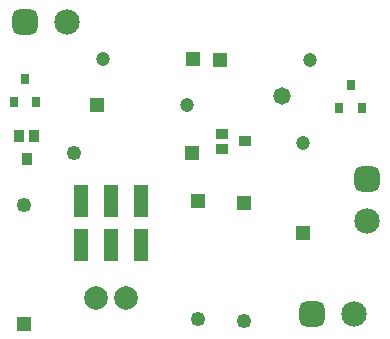
<source format=gbs>
G04*
G04 #@! TF.GenerationSoftware,Altium Limited,Altium Designer,23.3.1 (30)*
G04*
G04 Layer_Color=16711935*
%FSLAX44Y44*%
%MOMM*%
G71*
G04*
G04 #@! TF.SameCoordinates,7B0CC697-CB82-4889-8CF9-0E38B3BB7E85*
G04*
G04*
G04 #@! TF.FilePolarity,Negative*
G04*
G01*
G75*
%ADD12C,2.1532*%
G04:AMPARAMS|DCode=13|XSize=2.1532mm|YSize=2.1532mm|CornerRadius=0.5891mm|HoleSize=0mm|Usage=FLASHONLY|Rotation=0.000|XOffset=0mm|YOffset=0mm|HoleType=Round|Shape=RoundedRectangle|*
%AMROUNDEDRECTD13*
21,1,2.1532,0.9750,0,0,0.0*
21,1,0.9750,2.1532,0,0,0.0*
1,1,1.1782,0.4875,-0.4875*
1,1,1.1782,-0.4875,-0.4875*
1,1,1.1782,-0.4875,0.4875*
1,1,1.1782,0.4875,0.4875*
%
%ADD13ROUNDEDRECTD13*%
%ADD14R,1.2000X1.2000*%
%ADD15C,1.2000*%
%ADD16C,2.0032*%
%ADD17R,1.2000X1.2000*%
%ADD18C,1.2500*%
%ADD19R,1.2500X1.2500*%
G04:AMPARAMS|DCode=20|XSize=2.1532mm|YSize=2.1532mm|CornerRadius=0.5891mm|HoleSize=0mm|Usage=FLASHONLY|Rotation=270.000|XOffset=0mm|YOffset=0mm|HoleType=Round|Shape=RoundedRectangle|*
%AMROUNDEDRECTD20*
21,1,2.1532,0.9750,0,0,270.0*
21,1,0.9750,2.1532,0,0,270.0*
1,1,1.1782,-0.4875,-0.4875*
1,1,1.1782,-0.4875,0.4875*
1,1,1.1782,0.4875,0.4875*
1,1,1.1782,0.4875,-0.4875*
%
%ADD20ROUNDEDRECTD20*%
%ADD21R,1.2500X1.2500*%
%ADD22C,1.4732*%
%ADD32R,0.7622X0.9272*%
%ADD33R,0.9032X1.1032*%
%ADD34R,1.1032X0.9032*%
%ADD35R,1.2032X2.7032*%
D12*
X315950Y573580D02*
D03*
X558800Y326390D02*
D03*
X569770Y405410D02*
D03*
D13*
X280950Y573580D02*
D03*
X523800Y326390D02*
D03*
D14*
X445740Y541020D02*
D03*
X341600Y502920D02*
D03*
X422940Y542290D02*
D03*
D15*
X522000Y541020D02*
D03*
X417860Y502920D02*
D03*
X346680Y542290D02*
D03*
X515620Y471200D02*
D03*
D16*
X340360Y340310D02*
D03*
X365760D02*
D03*
D17*
X515620Y394940D02*
D03*
D18*
X466090Y320370D02*
D03*
X279400Y418300D02*
D03*
X426720Y322110D02*
D03*
X322110Y462280D02*
D03*
D19*
X466090Y420370D02*
D03*
X279400Y318300D02*
D03*
X426720Y422110D02*
D03*
D20*
X569770Y440410D02*
D03*
D21*
X422110Y462280D02*
D03*
D22*
X497840Y510540D02*
D03*
D32*
X565725Y500695D02*
D03*
X546725D02*
D03*
X556225Y520385D02*
D03*
X280635Y525465D02*
D03*
X271135Y505775D02*
D03*
X290135D02*
D03*
D33*
X281940Y457860D02*
D03*
X288440Y476860D02*
D03*
X275440D02*
D03*
D34*
X447700Y465940D02*
D03*
Y478940D02*
D03*
X466700Y472440D02*
D03*
D35*
X378460Y421810D02*
D03*
Y384810D02*
D03*
X353060Y421810D02*
D03*
Y384810D02*
D03*
X327660Y421810D02*
D03*
Y384810D02*
D03*
M02*

</source>
